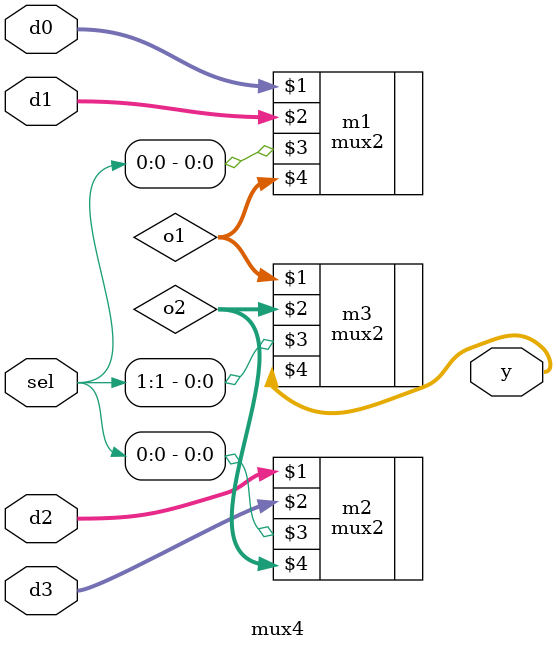
<source format=sv>

module mux4
   #(parameter WIDTH = 32)
    (input logic [WIDTH-1:0] d0,d1,d2,d3,
     input logic [1:0] sel,
     output logic [WIDTH-1:0] y);

logic [WIDTH-1:0] o1,o2;

mux2 #(WIDTH) m1(d0,d1,sel[0],o1);
mux2 #(WIDTH) m2(d2,d3,sel[0],o2);
mux2 #(WIDTH) m3(o1,o2,sel[1], y);



endmodule





</source>
